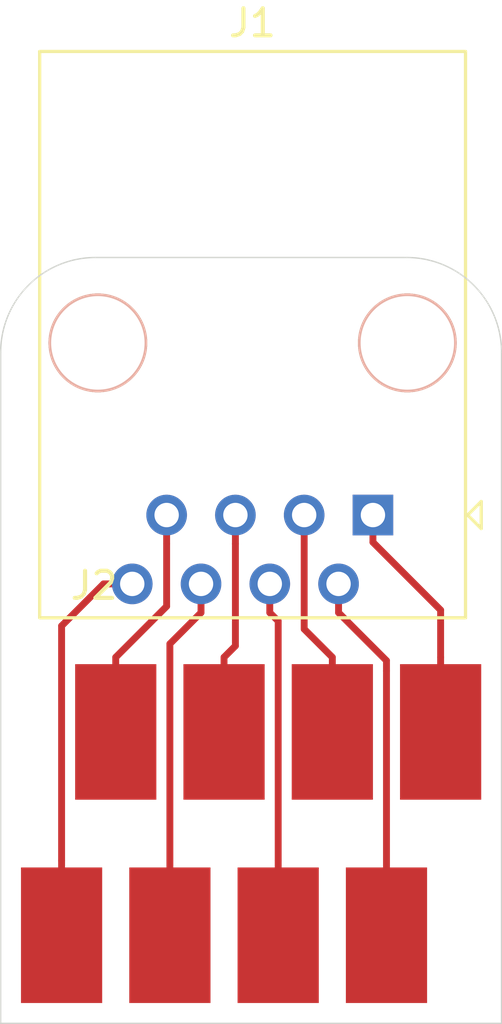
<source format=kicad_pcb>
(kicad_pcb (version 20171130) (host pcbnew "(5.1.4)-1")

  (general
    (thickness 1.6)
    (drawings 6)
    (tracks 32)
    (zones 0)
    (modules 2)
    (nets 9)
  )

  (page A4)
  (title_block
    (title "PCB Project X")
    (date 2020-06-10)
    (rev V1.0)
    (comment 1 2020XXX)
    (comment 2 "Mitchell Stride")
  )

  (layers
    (0 F.Cu signal)
    (31 B.Cu signal)
    (32 B.Adhes user)
    (33 F.Adhes user)
    (34 B.Paste user)
    (35 F.Paste user)
    (36 B.SilkS user)
    (37 F.SilkS user)
    (38 B.Mask user)
    (39 F.Mask user)
    (40 Dwgs.User user)
    (41 Cmts.User user)
    (42 Eco1.User user)
    (43 Eco2.User user)
    (44 Edge.Cuts user)
    (45 Margin user)
    (46 B.CrtYd user)
    (47 F.CrtYd user)
    (48 B.Fab user)
    (49 F.Fab user)
  )

  (setup
    (last_trace_width 0.25)
    (user_trace_width 0.1524)
    (user_trace_width 0.254)
    (user_trace_width 0.3048)
    (user_trace_width 0.4064)
    (user_trace_width 0.635)
    (user_trace_width 0.762)
    (user_trace_width 1.27)
    (user_trace_width 2.54)
    (user_trace_width 5.08)
    (user_trace_width 7.62)
    (trace_clearance 0.2)
    (zone_clearance 0.508)
    (zone_45_only no)
    (trace_min 0.127)
    (via_size 0.8)
    (via_drill 0.4)
    (via_min_size 0.4)
    (via_min_drill 0.3)
    (user_via 0.4 0.3)
    (user_via 0.6 0.4)
    (user_via 1 0.4)
    (uvia_size 0.3)
    (uvia_drill 0.1)
    (uvias_allowed no)
    (uvia_min_size 0.2)
    (uvia_min_drill 0.1)
    (edge_width 0.05)
    (segment_width 0.2)
    (pcb_text_width 0.3)
    (pcb_text_size 1.5 1.5)
    (mod_edge_width 0.12)
    (mod_text_size 1 1)
    (mod_text_width 0.15)
    (pad_size 1.524 1.524)
    (pad_drill 0.762)
    (pad_to_mask_clearance 0.0254)
    (solder_mask_min_width 0.127)
    (aux_axis_origin 50 150)
    (grid_origin 50 150)
    (visible_elements 7FFFFFFF)
    (pcbplotparams
      (layerselection 0x010fc_ffffffff)
      (usegerberextensions false)
      (usegerberattributes false)
      (usegerberadvancedattributes false)
      (creategerberjobfile false)
      (excludeedgelayer true)
      (linewidth 0.100000)
      (plotframeref false)
      (viasonmask false)
      (mode 1)
      (useauxorigin false)
      (hpglpennumber 1)
      (hpglpenspeed 20)
      (hpglpendiameter 15.000000)
      (psnegative false)
      (psa4output false)
      (plotreference true)
      (plotvalue true)
      (plotinvisibletext false)
      (padsonsilk false)
      (subtractmaskfromsilk false)
      (outputformat 1)
      (mirror false)
      (drillshape 0)
      (scaleselection 1)
      (outputdirectory "gerbers/"))
  )

  (net 0 "")
  (net 1 "Net-(J1-Pad8)")
  (net 2 "Net-(J1-Pad7)")
  (net 3 "Net-(J1-Pad6)")
  (net 4 "Net-(J1-Pad5)")
  (net 5 "Net-(J1-Pad4)")
  (net 6 "Net-(J1-Pad3)")
  (net 7 "Net-(J1-Pad2)")
  (net 8 "Net-(J1-Pad1)")

  (net_class Default "This is the default net class."
    (clearance 0.2)
    (trace_width 0.25)
    (via_dia 0.8)
    (via_drill 0.4)
    (uvia_dia 0.3)
    (uvia_drill 0.1)
    (add_net "Net-(J1-Pad1)")
    (add_net "Net-(J1-Pad2)")
    (add_net "Net-(J1-Pad3)")
    (add_net "Net-(J1-Pad4)")
    (add_net "Net-(J1-Pad5)")
    (add_net "Net-(J1-Pad6)")
    (add_net "Net-(J1-Pad7)")
    (add_net "Net-(J1-Pad8)")
  )

  (net_class power1 ""
    (clearance 0.508)
    (trace_width 0.508)
    (via_dia 0.8)
    (via_drill 0.4)
    (uvia_dia 0.3)
    (uvia_drill 0.1)
  )

  (net_class signal1 ""
    (clearance 0.1524)
    (trace_width 0.1524)
    (via_dia 0.4)
    (via_drill 0.3)
    (uvia_dia 0.3)
    (uvia_drill 0.1)
  )

  (module µ104KiCAD_connectors:DS1128-05-S8B8P (layer F.Cu) (tedit 5FF87B13) (tstamp 60051615)
    (at 63.75 131.25 180)
    (descr "RJ45 vertical connector http://www.on-shore.com/wp-content/uploads/2015/09/PJ012-8P8CX.pdf")
    (tags "RJ45 PJ012")
    (path /600015DC)
    (fp_text reference J1 (at 4.45 18.15) (layer F.SilkS)
      (effects (font (size 1 1) (thickness 0.15)))
    )
    (fp_text value "Rpi Z 1 - OUT SWITCH" (at 4.59 2.54) (layer F.Fab)
      (effects (font (size 1 1) (thickness 0.15)))
    )
    (fp_line (start -3.305 -3.67) (end -3.25 17) (layer F.Fab) (width 0.1))
    (fp_line (start 12.2 17) (end -3.25 17) (layer F.Fab) (width 0.1))
    (fp_line (start 12.195 -3.67) (end 12.2 17) (layer F.Fab) (width 0.1))
    (fp_line (start 12.195 -3.67) (end -3.305 -3.67) (layer F.Fab) (width 0.1))
    (fp_line (start -3.8 17.48) (end 12.69 17.48) (layer F.CrtYd) (width 0.05))
    (fp_line (start 12.69 -4.17) (end 12.69 17.48) (layer F.CrtYd) (width 0.05))
    (fp_line (start 12.31 17.1) (end -3.42 17.1) (layer F.SilkS) (width 0.12))
    (fp_line (start 12.31 -3.79) (end 12.31 17.1) (layer F.SilkS) (width 0.12))
    (fp_line (start -3.8 -4.17) (end -3.8 17.48) (layer F.CrtYd) (width 0.05))
    (fp_line (start -3.8 -4.17) (end 12.69 -4.17) (layer F.CrtYd) (width 0.05))
    (fp_line (start -3.42 -3.79) (end -3.42 17.1) (layer F.SilkS) (width 0.12))
    (fp_line (start 12.3 -3.79) (end -3.42 -3.79) (layer F.SilkS) (width 0.12))
    (fp_line (start -3.5 0) (end -4 -0.5) (layer F.SilkS) (width 0.12))
    (fp_line (start -4 -0.5) (end -4 0.5) (layer F.SilkS) (width 0.12))
    (fp_line (start -4 0.5) (end -3.5 0) (layer F.SilkS) (width 0.12))
    (fp_line (start -3.5 0) (end -4 -0.5) (layer F.Fab) (width 0.12))
    (fp_line (start -4 -0.5) (end -4 0.5) (layer F.Fab) (width 0.12))
    (fp_line (start -4 0.5) (end -3.5 0) (layer F.Fab) (width 0.12))
    (pad 8 thru_hole circle (at 8.89 -2.54 180) (size 1.5 1.5) (drill 0.9) (layers *.Cu *.Mask)
      (net 1 "Net-(J1-Pad8)"))
    (pad 7 thru_hole circle (at 7.62 0 180) (size 1.5 1.5) (drill 0.9) (layers *.Cu *.Mask)
      (net 2 "Net-(J1-Pad7)"))
    (pad 6 thru_hole circle (at 6.35 -2.54 180) (size 1.5 1.5) (drill 0.9) (layers *.Cu *.Mask)
      (net 3 "Net-(J1-Pad6)"))
    (pad 5 thru_hole circle (at 5.08 0 180) (size 1.5 1.5) (drill 0.9) (layers *.Cu *.Mask)
      (net 4 "Net-(J1-Pad5)"))
    (pad 4 thru_hole circle (at 3.81 -2.54 180) (size 1.5 1.5) (drill 0.9) (layers *.Cu *.Mask)
      (net 5 "Net-(J1-Pad4)"))
    (pad 3 thru_hole circle (at 2.54 0 180) (size 1.5 1.5) (drill 0.9) (layers *.Cu *.Mask)
      (net 6 "Net-(J1-Pad3)"))
    (pad 2 thru_hole circle (at 1.27 -2.54 180) (size 1.5 1.5) (drill 0.9) (layers *.Cu *.Mask)
      (net 7 "Net-(J1-Pad2)"))
    (pad 1 thru_hole rect (at 0 0 180) (size 1.5 1.5) (drill 0.9) (layers *.Cu *.Mask)
      (net 8 "Net-(J1-Pad1)"))
    (pad "" np_thru_hole circle (at -1.27 6.35 180) (size 3.65 3.65) (drill 3.45) (layers *.Cu *.SilkS *.Mask))
    (pad "" np_thru_hole circle (at 10.16 6.35 180) (size 3.65 3.65) (drill 3.45) (layers *.Cu *.SilkS *.Mask))
    (model ${KISYS3DMOD}/Connector_RJ.3dshapes/RJ45_Amphenol_RJHSE538X.step
      (offset (xyz 8 -6.5 0))
      (scale (xyz 0.95 1.3 1))
      (rotate (xyz 0 0 180))
    )
  )

  (module µ104KiCAD:8pin_array (layer F.Cu) (tedit 6004BBB4) (tstamp 60051621)
    (at 54.25 139.25)
    (path /600C8E32)
    (fp_text reference J2 (at -0.8 -5.4) (layer F.SilkS)
      (effects (font (size 1 1) (thickness 0.15)))
    )
    (fp_text value IN (at 0 -0.5) (layer F.Fab)
      (effects (font (size 1 1) (thickness 0.15)))
    )
    (pad 7 smd rect (at 0 0) (size 3 5) (layers F.Cu F.Paste F.Mask)
      (net 2 "Net-(J1-Pad7)"))
    (pad 5 smd rect (at 4 0) (size 3 5) (layers F.Cu F.Paste F.Mask)
      (net 4 "Net-(J1-Pad5)"))
    (pad 3 smd rect (at 8 0) (size 3 5) (layers F.Cu F.Paste F.Mask)
      (net 6 "Net-(J1-Pad3)"))
    (pad 1 smd rect (at 12 0) (size 3 5) (layers F.Cu F.Paste F.Mask)
      (net 8 "Net-(J1-Pad1)"))
    (pad 8 smd rect (at -2 7.5) (size 3 5) (layers F.Cu F.Paste F.Mask)
      (net 1 "Net-(J1-Pad8)"))
    (pad 6 smd rect (at 2 7.5) (size 3 5) (layers F.Cu F.Paste F.Mask)
      (net 3 "Net-(J1-Pad6)"))
    (pad 4 smd rect (at 6 7.5) (size 3 5) (layers F.Cu F.Paste F.Mask)
      (net 5 "Net-(J1-Pad4)"))
    (pad 2 smd rect (at 10 7.5) (size 3 5) (layers F.Cu F.Paste F.Mask)
      (net 7 "Net-(J1-Pad2)"))
  )

  (gr_arc (start 65 125.25) (end 68.5 125.25) (angle -90) (layer Edge.Cuts) (width 0.05))
  (gr_arc (start 53.5 125.25) (end 53.5 121.75) (angle -90) (layer Edge.Cuts) (width 0.05))
  (gr_line (start 65 121.75) (end 53.5 121.75) (layer Edge.Cuts) (width 0.05))
  (gr_line (start 68.5 125.25) (end 68.5 150) (layer Edge.Cuts) (width 0.05))
  (gr_line (start 50 150) (end 50 125.25) (layer Edge.Cuts) (width 0.05))
  (gr_line (start 50 150) (end 68.5 150) (layer Edge.Cuts) (width 0.05))

  (segment (start 52.25 143.996) (end 52.25 146.75) (width 0.254) (layer F.Cu) (net 1))
  (segment (start 52.25 135.33934) (end 52.25 143.996) (width 0.254) (layer F.Cu) (net 1))
  (segment (start 54.86 133.79) (end 53.79934 133.79) (width 0.254) (layer F.Cu) (net 1))
  (segment (start 53.79934 133.79) (end 52.25 135.33934) (width 0.254) (layer F.Cu) (net 1))
  (segment (start 56.13 132.31066) (end 56.13 131.25) (width 0.254) (layer F.Cu) (net 2))
  (segment (start 56.13 134.616) (end 56.13 132.31066) (width 0.254) (layer F.Cu) (net 2))
  (segment (start 54.25 136.496) (end 56.13 134.616) (width 0.254) (layer F.Cu) (net 2))
  (segment (start 54.25 139.25) (end 54.25 136.496) (width 0.254) (layer F.Cu) (net 2))
  (segment (start 56.25 136.00066) (end 56.25 143.996) (width 0.254) (layer F.Cu) (net 3))
  (segment (start 56.25 143.996) (end 56.25 146.75) (width 0.254) (layer F.Cu) (net 3))
  (segment (start 57.4 134.85066) (end 56.25 136.00066) (width 0.254) (layer F.Cu) (net 3))
  (segment (start 57.4 133.79) (end 57.4 134.85066) (width 0.254) (layer F.Cu) (net 3))
  (segment (start 58.67 132.31066) (end 58.67 131.25) (width 0.254) (layer F.Cu) (net 4))
  (segment (start 58.67 136.076) (end 58.67 132.31066) (width 0.254) (layer F.Cu) (net 4))
  (segment (start 58.25 136.496) (end 58.67 136.076) (width 0.254) (layer F.Cu) (net 4))
  (segment (start 58.25 139.25) (end 58.25 136.496) (width 0.254) (layer F.Cu) (net 4))
  (segment (start 60.25 143.996) (end 60.25 146.75) (width 0.254) (layer F.Cu) (net 5))
  (segment (start 60.25 135.16066) (end 60.25 143.996) (width 0.254) (layer F.Cu) (net 5))
  (segment (start 59.94 134.85066) (end 60.25 135.16066) (width 0.254) (layer F.Cu) (net 5))
  (segment (start 59.94 133.79) (end 59.94 134.85066) (width 0.254) (layer F.Cu) (net 5))
  (segment (start 61.21 132.31066) (end 61.21 131.25) (width 0.254) (layer F.Cu) (net 6))
  (segment (start 61.21 135.456) (end 61.21 132.31066) (width 0.254) (layer F.Cu) (net 6))
  (segment (start 62.25 136.496) (end 61.21 135.456) (width 0.254) (layer F.Cu) (net 6))
  (segment (start 62.25 139.25) (end 62.25 136.496) (width 0.254) (layer F.Cu) (net 6))
  (segment (start 64.25 137) (end 64.25 146.75) (width 0.254) (layer F.Cu) (net 7))
  (segment (start 64.25 136.62066) (end 64.25 137) (width 0.254) (layer F.Cu) (net 7))
  (segment (start 62.48 133.79) (end 62.48 134.85066) (width 0.254) (layer F.Cu) (net 7))
  (segment (start 62.48 134.85066) (end 64.25 136.62066) (width 0.254) (layer F.Cu) (net 7))
  (segment (start 66.25 136.496) (end 66.25 139.25) (width 0.254) (layer F.Cu) (net 8))
  (segment (start 66.25 134.754) (end 66.25 136.496) (width 0.254) (layer F.Cu) (net 8))
  (segment (start 63.75 132.254) (end 66.25 134.754) (width 0.254) (layer F.Cu) (net 8))
  (segment (start 63.75 131.25) (end 63.75 132.254) (width 0.254) (layer F.Cu) (net 8))

)

</source>
